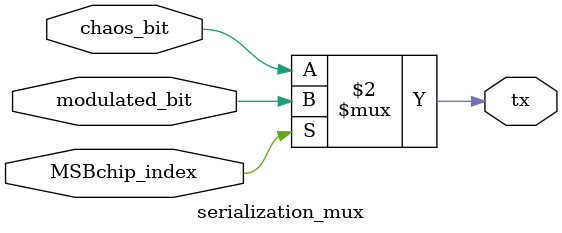
<source format=sv>
module serialization_mux( 
							input logic chaos_bit, modulated_bit, MSBchip_index,
							output  logic tx
						);

assign tx = (MSBchip_index == 0)? chaos_bit: modulated_bit;

endmodule : serialization_mux
</source>
